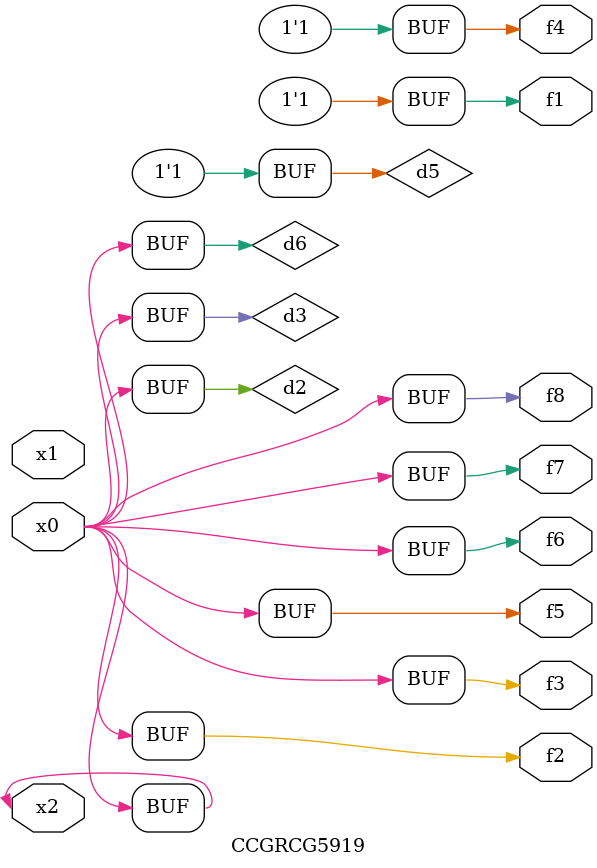
<source format=v>
module CCGRCG5919(
	input x0, x1, x2,
	output f1, f2, f3, f4, f5, f6, f7, f8
);

	wire d1, d2, d3, d4, d5, d6;

	xnor (d1, x2);
	buf (d2, x0, x2);
	and (d3, x0);
	xnor (d4, x1, x2);
	nand (d5, d1, d3);
	buf (d6, d2, d3);
	assign f1 = d5;
	assign f2 = d6;
	assign f3 = d6;
	assign f4 = d5;
	assign f5 = d6;
	assign f6 = d6;
	assign f7 = d6;
	assign f8 = d6;
endmodule

</source>
